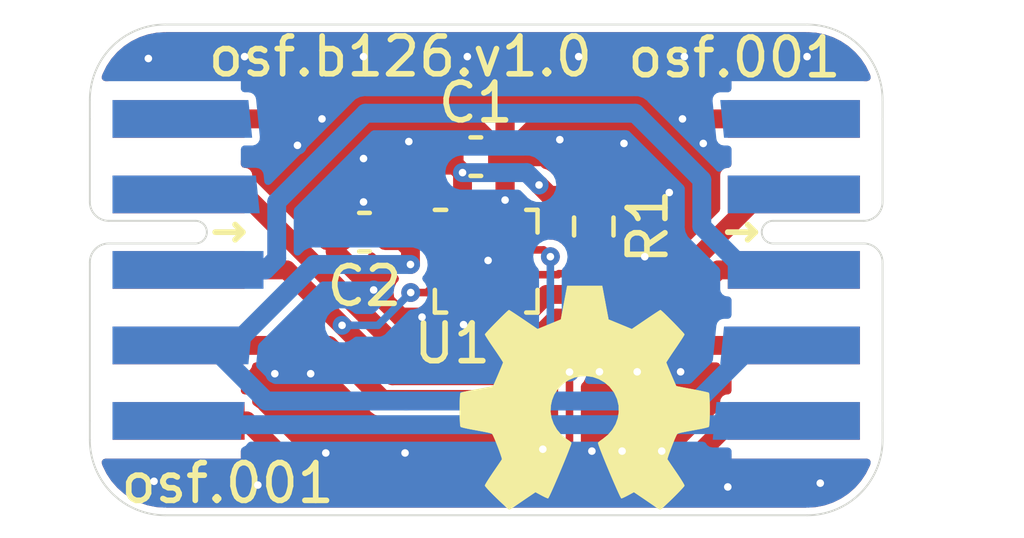
<source format=kicad_pcb>
(kicad_pcb (version 20211014) (generator pcbnew)
  (layers (0 "F.Cu" signal) (31 "B.Cu" signal) (34 "B.Paste" user) (35 "F.Paste" user) (36 "B.SilkS" user "B.Silkscreen") (37 "F.SilkS" user "F.Silkscreen") (38 "B.Mask" user) (39 "F.Mask" user) (44 "Edge.Cuts" user))
  (net 0 "")
  (net 1 "/pressure/VDD")
  (net 2 "GND")
  (net 3 "/pressure/SDA")
  (net 4 "/pressure/SCL")
  (net 5 "/pressure/~{CS}")
  (net 6 "/pressure/INT")
  (net 7 "Net-(J1-Pad8)")
  (net 8 "Net-(J1-Pad10)")
  (net 9 "/pressure/SA0")
  (net 10 "Net-(J1-Pad4)")
  (footprint "Symbol:OSHW-Symbol_6.7x6mm_SilkScreen" (layer "F.Cu") (at 153.1 99.9)
    (fp_text reference "LOGO1" hide)
    (fp_text value "Logo_Open_Hardware_Small" hide)
    (fp_poly (pts (xy 0.555814 -2.531069) (xy 0.639635 -2.086445) (xy 0.94892 -1.958947) (xy 1.258206 -1.831449) (xy 1.629246 -2.083754) (xy 1.733157 -2.154004) (xy 1.827087 -2.216728) (xy 1.906652 -2.269062) (xy 1.96747 -2.308143) (xy 2.005157 -2.331107) (xy 2.015421 -2.336058) (xy 2.03391 -2.323324) (xy 2.07342 -2.288118) (xy 2.129522 -2.234938) (xy 2.197787 -2.168282) (xy 2.273786 -2.092646) (xy 2.353092 -2.012528) (xy 2.431275 -1.932426) (xy 2.503907 -1.856836) (xy 2.566559 -1.790255) (xy 2.614803 -1.737182) (xy 2.64421 -1.702113) (xy 2.651241 -1.690377) (xy 2.641123 -1.66874) (xy 2.612759 -1.621338) (xy 2.569129 -1.552807) (xy 2.513218 -1.467785) (xy 2.448006 -1.370907) (xy 2.410219 -1.31565) (xy 2.341343 -1.214752) (xy 2.28014 -1.123701) (xy 2.229578 -1.04703) (xy 2.192628 -0.989272) (xy 2.172258 -0.954957) (xy 2.169197 -0.947746) (xy 2.176136 -0.927252) (xy 2.195051 -0.879487) (xy 2.223087 -0.811168) (xy 2.257391 -0.729011) (xy 2.295109 -0.63973) (xy 2.333387 -0.550042) (xy 2.36937 -0.466662) (xy 2.400206 -0.396306) (xy 2.423039 -0.34569) (xy 2.435017 -0.321529) (xy 2.435724 -0.320578) (xy 2.454531 -0.315964) (xy 2.504618 -0.305672) (xy 2.580793 -0.290713) (xy 2.677865 -0.272099) (xy 2.790643 -0.250841) (xy 2.856442 -0.238582) (xy 2.97695 -0.215638) (xy 3.085797 -0.193805) (xy 3.177476 -0.174278) (xy 3.246481 -0.158252) (xy 3.287304 -0.146921) (xy 3.295511 -0.143326) (xy 3.303548 -0.118994) (xy 3.310033 -0.064041) (xy 3.31497 0.015108) (xy 3.318364 0.112026) (xy 3.320218 0.220287) (xy 3.320538 0.333465) (xy 3.319327 0.445135) (xy 3.31659 0.548868) (xy 3.312331 0.638241) (xy 3.306555 0.706826) (xy 3.299267 0.748197) (xy 3.294895 0.75681) (xy 3.268764 0.767133) (xy 3.213393 0.781892) (xy 3.136107 0.799352) (xy 3.04423 0.81778) (xy 3.012158 0.823741) (xy 2.857524 0.852066) (xy 2.735375 0.874876) (xy 2.641673 0.89308) (xy 2.572384 0.907583) (xy 2.523471 0.919292) (xy 2.490897 0.929115) (xy 2.470628 0.937956) (xy 2.458626 0.946724) (xy 2.456947 0.948457) (xy 2.440184 0.976371) (xy 2.414614 1.030695) (xy 2.382788 1.104777) (xy 2.34726 1.191965) (xy 2.310583 1.285608) (xy 2.275311 1.379052) (xy 2.243996 1.465647) (xy 2.219193 1.53874) (xy 2.203454 1.591678) (xy 2.199332 1.617811) (xy 2.199676 1.618726) (xy 2.213641 1.640086) (xy 2.245322 1.687084) (xy 2.291391 1.754827) (xy 2.348518 1.838423) (xy 2.413373 1.932982) (xy 2.431843 1.959854) (xy 2.497699 2.057275) (xy 2.55565 2.146163) (xy 2.602538 2.221412) (xy 2.635207 2.27792) (xy 2.6505 2.310581) (xy 2.651241 2.314593) (xy 2.638392 2.335684) (xy 2.602888 2.377464) (xy 2.549293 2.435445) (xy 2.482171 2.505135) (xy 2.406087 2.582045) (xy 2.325604 2.661683) (xy 2.245287 2.739561) (xy 2.169699 2.811186) (xy 2.103405 2.87207) (xy 2.050969 2.917721) (xy 2.016955 2.94365) (xy 2.007545 2.947883) (xy 1.985643 2.937912) (xy 1.9408 2.91102) (xy 1.880321 2.871736) (xy 1.833789 2.840117) (xy 1.749475 2.782098) (xy 1.649626 2.713784) (xy 1.549473 2.645579) (xy 1.495627 2.609075) (xy 1.313371 2.4858) (xy 1.160381 2.56852) (xy 1.090682 2.604759) (xy 1.031414 2.632926) (xy 0.991311 2.648991) (xy 0.981103 2.651226) (xy 0.968829 2.634722) (xy 0.944613 2.588082) (xy 0.910263 2.515609) (xy 0.867588 2.421606) (xy 0.818394 2.310374) (xy 0.76449 2.186215) (xy 0.707684 2.053432) (xy 0.649782 1.916327) (xy 0.592593 1.779202) (xy 0.537924 1.646358) (xy 0.487584 1.522098) (xy 0.44338 1.410725) (xy 0.407119 1.316539) (xy 0.380609 1.243844) (xy 0.365658 1.196941) (xy 0.363254 1.180833) (xy 0.382311 1.160286) (xy 0.424036 1.126933) (xy 0.479706 1.087702) (xy 0.484378 1.084599) (xy 0.628264 0.969423) (xy 0.744283 0.835053) (xy 0.83143 0.685784) (xy 0.888699 0.525913) (xy 0.915086 0.359737) (xy 0.909585 0.191552) (xy 0.87119 0.025655) (xy 0.798895 -0.133658) (xy 0.777626 -0.168513) (xy 0.666996 -0.309263) (xy 0.536302 -0.422286) (xy 0.390064 -0.506997) (xy 0.232808 -0.562806) (xy 0.069057 -0.589126) (xy -0.096667 -0.58537) (xy -0.259838 -0.55095) (xy -0.415935 -0.485277) (xy -0.560433 -0.387765) (xy -0.605131 -0.348187) (xy -0.718888 -0.224297) (xy -0.801782 -0.093876) (xy -0.858644 0.052315) (xy -0.890313 0.197088) (xy -0.898131 0.35986) (xy -0.872062 0.52344) (xy -0.814755 0.682298) (xy -0.728856 0.830906) (xy -0.617014 0.963735) (xy -0.481877 1.075256) (xy -0.464117 1.087011) (xy -0.40785 1.125508) (xy -0.365077 1.158863) (xy -0.344628 1.18016) (xy -0.344331 1.180833) (xy -0.348721 1.203871) (xy -0.366124 1.256157) (xy -0.394732 1.33339) (xy -0.432735 1.431268) (xy -0.478326 1.545491) (xy -0.529697 1.671758) (xy -0.585038 1.805767) (xy -0.642542 1.943218) (xy -0.700399 2.079808) (xy -0.756802 2.211237) (xy -0.809942 2.333205) (xy -0.85801 2.441409) (xy -0.899199 2.531549) (xy -0.931699 2.599323) (xy -0.953703 2.64043) (xy -0.962564 2.651226) (xy -0.98964 2.642819) (xy -1.040303 2.620272) (xy -1.105817 2.587613) (xy -1.141841 2.56852) (xy -1.294832 2.4858) (xy -1.477088 2.609075) (xy -1.570125 2.672228) (xy -1.671985 2.741727) (xy -1.767438 2.807165) (xy -1.81525 2.840117) (xy -1.882495 2.885273) (xy -1.939436 2.921057) (xy -1.978646 2.942938) (xy -1.991381 2.947563) (xy -2.009917 2.935085) (xy -2.050941 2.900252) (xy -2.110475 2.846678) (xy -2.184542 2.777983) (xy -2.269165 2.697781) (xy -2.322685 2.646286) (xy -2.416319 2.554286) (xy -2.497241 2.471999) (xy -2.562177 2.402945) (xy -2.607858 2.350644) (xy -2.631011 2.318616) (xy -2.633232 2.312116) (xy -2.622924 2.287394) (xy -2.594439 2.237405) (xy -2.550937 2.167212) (xy -2.495577 2.081875) (xy -2.43152 1.986456) (xy -2.413303 1.959854) (xy -2.346927 1.863167) (xy -2.287378 1.776117) (xy -2.237984 1.703595) (xy -2.202075 1.650493) (xy -2.182981 1.621703) (xy -2.181136 1.618726) (xy -2.183895 1.595782) (xy -2.198538 1.545336) (xy -2.222513 1.474041) (xy -2.253266 1.388547) (xy -2.288244 1.295507) (xy -2.324893 1.201574) (xy -2.360661 1.113399) (xy -2.392994 1.037634) (xy -2.419338 0.980931) (xy -2.437142 0.949943) (xy -2.438407 0.948457) (xy -2.449294 0.939601) (xy -2.467682 0.930843) (xy -2.497606 0.921277) (xy -2.543103 0.909996) (xy -2.608209 0.896093) (xy -2.696961 0.878663) (xy -2.813393 0.856798) (xy -2.961542 0.829591) (xy -2.993618 0.823741) (xy -3.088686 0.805374) (xy -3.171565 0.787405) (xy -3.23493 0.771569) (xy -3.271458 0.7596) (xy -3.276356 0.75681) (xy -3.284427 0.732072) (xy -3.290987 0.67679) (xy -3.296033 0.597389) (xy -3.299559 0.500296) (xy -3.301561 0.391938) (xy -3.302036 0.27874) (xy -3.300977 0.167128) (xy -3.298382 0.063529) (xy -3.294246 -0.025632) (xy -3.288563 -0.093928) (xy -3.281331 -0.134934) (xy -3.276971 -0.143326) (xy -3.252698 -0.151792) (xy -3.197426 -0.165565) (xy -3.116662 -0.18345) (xy -3.015912 -0.204252) (xy -2.900683 -0.226777) (xy -2.837902 -0.238582) (xy -2.718787 -0.260849) (xy -2.612565 -0.281021) (xy -2.524427 -0.298085) (xy -2.459566 -0.311031) (xy -2.423174 -0.318845) (xy -2.417184 -0.320578) (xy -2.407061 -0.34011) (xy -2.385662 -0.387157) (xy -2.355839 -0.454997) (xy -2.320445 -0.536909) (xy -2.282332 -0.626172) (xy -2.244353 -0.716065) (xy -2.20936 -0.799865) (xy -2.180206 -0.870853) (xy -2.159743 -0.922306) (xy -2.150823 -0.947503) (xy -2.150657 -0.948604) (xy -2.160769 -0.968481) (xy -2.189117 -1.014223) (xy -2.232723 -1.081283) (xy -2.288606 -1.165116) (xy -2.353787 -1.261174) (xy -2.391679 -1.31635) (xy -2.460725 -1.417519) (xy -2.52205 -1.50937) (xy -2.572663 -1.587256) (xy -2.609571 -1.646531) (xy -2.629782 -1.682549) (xy -2.632701 -1.690623) (xy -2.620153 -1.709416) (xy -2.585463 -1.749543) (xy -2.533063 -1.806507) (xy -2.467384 -1.875815) (xy -2.392856 -1.952969) (xy -2.313913 -2.033475) (xy -2.234983 -2.112837) (xy -2.1605 -2.18656) (xy -2.094894 -2.250148) (xy -2.042596 -2.299106) (xy -2.008039 -2.328939) (xy -1.996478 -2.336058) (xy -1.977654 -2.326047) (xy -1.932631 -2.297922) (xy -1.865787 -2.254546) (xy -1.781499 -2.198782) (xy -1.684144 -2.133494) (xy -1.610707 -2.083754) (xy -1.239667 -1.831449) (xy -0.621095 -2.086445) (xy -0.537275 -2.531069) (xy -0.453454 -2.975693) (xy 0.471994 -2.975693) (xy 0.555814 -2.531069)) (layer "F.SilkS") (width 0.01) (fill solid))
  )
  (footprint "on_edge:on_edge_2x05_host" (layer "F.Cu") (at 161 96.5 -90)
    (fp_text reference "J2")
    (fp_text value "001_I2C")
    (fp_line (start -0.8 3.573) (end -1 3.373) (layer "F.SilkS") (width 0.153))
    (fp_line (start -1 4.1) (end -1 3.373) (layer "F.SilkS") (width 0.153))
    (fp_line (start -1 3.373) (end -1.2 3.573) (layer "F.SilkS") (width 0.153))
    (fp_line (start -0.2 0) (end 4 0) (layer "Edge.Cuts") (width 0.05))
    (fp_line (start -0.7 2.9) (end -0.7 0.5) (layer "Edge.Cuts") (width 0.05))
    (fp_line (start -1.3 0.5) (end -1.3 2.9) (layer "Edge.Cuts") (width 0.05))
    (fp_line (start -4 0) (end -1.8 0) (layer "Edge.Cuts") (width 0.05))
    (fp_arc (start -0.7 2.9) (mid -1 3.2) (end -1.3 2.9) (layer "Edge.Cuts") (width 0.05))
    (fp_arc (start -1.8 0) (mid -1.446447 0.146447) (end -1.3 0.5) (layer "Edge.Cuts") (width 0.05))
    (fp_arc (start -0.7 0.5) (mid -0.553553 0.146447) (end -0.2 0) (layer "Edge.Cuts") (width 0.05))
    (pad "1" smd rect (at -4 2.35 270) (size 1 3.5) (layers "F.Cu" "F.Mask") (net 2 "GND"))
    (pad "2" smd rect (at -2 2.35 270) (size 1 3.5) (layers "F.Cu" "F.Mask") (net 3 "/pressure/SDA"))
    (pad "3" smd rect (at 0 2.35 270) (size 1 3.5) (layers "F.Cu" "F.Mask") (net 4 "/pressure/SCL"))
    (pad "4" smd rect (at 2 2.35 270) (size 1 3.5) (layers "F.Cu" "F.Mask") (net 10 "Net-(J1-Pad4)"))
    (pad "5" smd rect (at 4 2.35 270) (size 1 3.5) (layers "F.Cu" "F.Mask") (net 6 "/pressure/INT"))
    (pad "6" smd custom (at -4 2.4 90) (size 1 3.6) (layers "B.Cu" "B.Mask") (options (clearance outline) (anchor rect)) (primitives (gr_poly (pts (xy 0.5 -1.8) (xy -0.5 -1.8) (xy 0.5 -1.9)) (width 0) (fill yes))))
    (pad "7" smd rect (at -2 2.35 90) (size 1 3.5) (layers "B.Cu" "B.Mask"))
    (pad "8" smd rect (at 0 2.35 90) (size 1 3.5) (layers "B.Cu" "B.Mask") (net 7 "Net-(J1-Pad8)"))
    (pad "9" smd custom (at 2 2.4 90) (size 1 3.6) (layers "B.Cu" "B.Mask") (net 1 "/pressure/VDD") (options (clearance outline) (anchor rect)) (primitives (gr_poly (pts (xy 0.5 -1.8) (xy -0.5 -1.8) (xy -0.5 -1.9)) (width 0) (fill yes))))
    (pad "10" smd custom (at 4 2.5 90) (size 1 3.8) (layers "B.Cu" "B.Mask") (net 8 "Net-(J1-Pad10)") (options (clearance outline) (anchor rect)) (primitives (gr_poly (pts (xy 0.5 -1.9) (xy -0.5 -1.9) (xy -0.5 -2)) (width 0) (fill yes))))
    (zone (net 0) (net_name "") (layers F&B.Cu) (connect_pads (clearance 0)) (min_thickness 0.254)
      (keepout (tracks allowed) (vias not_allowed) (pads allowed) (copperpour not_allowed) (footprints not_allowed))
      (fill (thermal_gap 0.508) (thermal_bridge_width 0.508))
      (polygon (pts (xy 157 101.5) (xy 157 91.5) (xy 161 91.5) (xy 161 101.5)))
    )
  )
  (footprint "Package_LGA:ST_HLGA-10_2.5x2.5mm_P0.6mm_LayoutBorder3x2y" (layer "F.Cu") (at 150.5 96.27)
    (fp_text reference "U1" (at -0.9 2.18) (layer "F.SilkS"))
    (fp_text value "LPS25HB")
    (fp_line (start 1.36 1.36) (end 1.36 0.76) (layer "F.SilkS") (width 0.12))
    (fp_line (start 1.36 -1.36) (end 1.36 -0.76) (layer "F.SilkS") (width 0.12))
    (fp_line (start -1.06 -1.36) (end -1.36 -1.36) (layer "F.SilkS") (width 0.12))
    (fp_line (start 1.06 -1.36) (end 1.36 -1.36) (layer "F.SilkS") (width 0.12))
    (fp_line (start -1.36 1.36) (end -1.36 0.76) (layer "F.SilkS") (width 0.12))
    (fp_line (start -1.06 1.36) (end -1.36 1.36) (layer "F.SilkS") (width 0.12))
    (fp_line (start 1.06 1.36) (end 1.36 1.36) (layer "F.SilkS") (width 0.12))
    (pad "1" smd roundrect (at -0.925 -0.3) (size 0.55 0.4) (layers "F.Cu" "F.Paste" "F.Mask") (net 1 "/pressure/VDD"))
    (pad "2" smd roundrect (at -0.925 0.3) (size 0.55 0.4) (layers "F.Cu" "F.Paste" "F.Mask") (net 4 "/pressure/SCL"))
    (pad "3" smd roundrect (at -0.6 0.925) (size 0.4 0.55) (layers "F.Cu" "F.Paste" "F.Mask") (net 2 "GND"))
    (pad "4" smd roundrect (at 0 0.925) (size 0.4 0.55) (layers "F.Cu" "F.Paste" "F.Mask") (net 3 "/pressure/SDA"))
    (pad "5" smd roundrect (at 0.6 0.925) (size 0.4 0.55) (layers "F.Cu" "F.Paste" "F.Mask") (net 9 "/pressure/SA0"))
    (pad "6" smd roundrect (at 0.925 0.3) (size 0.55 0.4) (layers "F.Cu" "F.Paste" "F.Mask") (net 5 "/pressure/~{CS}"))
    (pad "7" smd roundrect (at 0.925 -0.3) (size 0.55 0.4) (layers "F.Cu" "F.Paste" "F.Mask") (net 6 "/pressure/INT"))
    (pad "8" smd roundrect (at 0.6 -0.925) (size 0.4 0.55) (layers "F.Cu" "F.Paste" "F.Mask") (net 2 "GND"))
    (pad "9" smd roundrect (at 0 -0.925) (size 0.4 0.55) (layers "F.Cu" "F.Paste" "F.Mask") (net 2 "GND"))
    (pad "10" smd roundrect (at -0.6 -0.925) (size 0.4 0.55) (layers "F.Cu" "F.Paste" "F.Mask") (net 1 "/pressure/VDD"))
  )
  (footprint "on_edge:on_edge_2x05_device" (layer "F.Cu") (at 140 96.5 -90)
    (fp_text reference "J1")
    (fp_text value "001_I2C")
    (fp_line (start -1.2 -3.85) (end -1 -4.05) (layer "F.SilkS") (width 0.153))
    (fp_line (start -1 -4.05) (end -0.8 -3.85) (layer "F.SilkS") (width 0.153))
    (fp_line (start -1 -4.05) (end -1 -3.323) (layer "F.SilkS") (width 0.153))
    (fp_line (start -0.2 0) (end 4 0) (layer "Edge.Cuts") (width 0.05))
    (fp_line (start -4 0) (end -1.8 0) (layer "Edge.Cuts") (width 0.05))
    (fp_line (start -1.3 -2.8) (end -1.3 -0.5) (layer "Edge.Cuts") (width 0.05))
    (fp_line (start -0.7 -0.5) (end -0.7 -2.8) (layer "Edge.Cuts") (width 0.05))
    (fp_arc (start -1.3 -2.8) (mid -1 -3.1) (end -0.7 -2.8) (layer "Edge.Cuts") (width 0.05))
    (fp_arc (start -1.3 -0.5) (mid -1.446447 -0.146447) (end -1.8 0) (layer "Edge.Cuts") (width 0.05))
    (fp_arc (start -0.2 0) (mid -0.553553 -0.146447) (end -0.7 -0.5) (layer "Edge.Cuts") (width 0.05))
    (pad "1" smd rect (at -4 -2.35 90) (size 1 3.5) (layers "F.Cu" "F.Mask") (net 2 "GND"))
    (pad "2" smd rect (at -2 -2.35 270) (size 1 3.5) (layers "F.Cu" "F.Mask") (net 3 "/pressure/SDA"))
    (pad "3" smd rect (at 0 -2.35 270) (size 1 3.5) (layers "F.Cu" "F.Mask") (net 4 "/pressure/SCL"))
    (pad "4" smd rect (at 2 -2.35 90) (size 1 3.5) (layers "F.Cu" "F.Mask") (net 10 "Net-(J1-Pad4)"))
    (pad "5" smd rect (at 4 -2.35 90) (size 1 3.5) (layers "F.Cu" "F.Mask") (net 6 "/pressure/INT"))
    (pad "6" smd custom (at -4 -2.4 270) (size 1 3.6) (layers "B.Cu" "B.Mask") (options (clearance outline) (anchor rect)) (primitives (gr_poly (pts (xy 0.5 -1.8) (xy 0.5 -1.9) (xy -0.5 -1.8)) (width 0) (fill yes))))
    (pad "7" smd custom (at -2 -2.1 270) (size 1 3) (layers "B.Cu" "B.Mask") (options (clearance outline) (anchor rect)) (primitives (gr_poly (pts (xy 0.3 -0.51) (xy 0.31 -0.62) (xy 0.33 -0.7) (xy 0.35 -0.76) (xy 0.37 -0.81) (xy 0.4 -0.86) (xy 0.44 -0.92) (xy 0.48 -0.97) (xy 0.5 -0.99) (xy 0.5 -2.4) (xy -0.5 -2.3) (xy -0.5 1.5) (xy 0.3 1.5)) (width 0) (fill yes))))
    (pad "8" smd rect (at 0 -2.6 270) (size 1 4) (layers "B.Cu" "B.Mask") (net 7 "Net-(J1-Pad8)"))
    (pad "9" smd custom (at 2 -2.4 270) (size 1 3.6) (layers "B.Cu" "B.Mask") (net 1 "/pressure/VDD") (options (clearance outline) (anchor rect)) (primitives (gr_poly (pts (xy -0.5 -1.8) (xy -0.5 -1.9) (xy 0.5 -1.8)) (width 0) (fill yes))))
    (pad "10" smd custom (at 4 -2.3 270) (size 1 3.4) (layers "B.Cu" "B.Mask") (net 8 "Net-(J1-Pad10)") (options (clearance outline) (anchor rect)) (primitives (gr_poly (pts (xy -0.5 -1.7) (xy -0.5 -1.8) (xy 0.5 -1.7)) (width 0) (fill yes))))
    (zone (net 0) (net_name "") (layers F&B.Cu) (connect_pads (clearance 0)) (min_thickness 0.254)
      (keepout (tracks allowed) (vias not_allowed) (pads allowed) (copperpour not_allowed) (footprints not_allowed))
      (fill (thermal_gap 0.508) (thermal_bridge_width 0.508))
      (polygon (pts (xy 140 101.5) (xy 140 91.5) (xy 144 91.5) (xy 144 101.5)))
    )
  )
  (footprint "Resistor_SMD:R_0603_1608Metric" (layer "F.Cu") (at 153.35 95.35 -90)
    (fp_text reference "R1" (at 0 -1.43 90) (layer "F.SilkS"))
    (fp_text value "0R")
    (fp_line (start -0.237258 -0.5225) (end 0.237258 -0.5225) (layer "F.SilkS") (width 0.12))
    (fp_line (start -0.237258 0.5225) (end 0.237258 0.5225) (layer "F.SilkS") (width 0.12))
    (pad "1" smd roundrect (at -0.825 0 270) (size 0.8 0.95) (layers "F.Cu" "F.Paste" "F.Mask") (net 1 "/pressure/VDD"))
    (pad "2" smd roundrect (at 0.825 0 270) (size 0.8 0.95) (layers "F.Cu" "F.Paste" "F.Mask") (net 5 "/pressure/~{CS}"))
  )
  (footprint "Capacitor_SMD:C_0603_1608Metric" (layer "F.Cu") (at 150.225 93.5)
    (fp_text reference "C1" (at 0 -1.43) (layer "F.SilkS"))
    (fp_text value "100nF")
    (fp_line (start -0.14058 -0.51) (end 0.14058 -0.51) (layer "F.SilkS") (width 0.12))
    (fp_line (start -0.14058 0.51) (end 0.14058 0.51) (layer "F.SilkS") (width 0.12))
    (pad "1" smd roundrect (at -0.775 0) (size 0.9 0.95) (layers "F.Cu" "F.Paste" "F.Mask") (net 1 "/pressure/VDD"))
    (pad "2" smd roundrect (at 0.775 0) (size 0.9 0.95) (layers "F.Cu" "F.Paste" "F.Mask") (net 2 "GND"))
  )
  (footprint "Capacitor_SMD:C_0603_1608Metric" (layer "F.Cu") (at 147.275 95.5 180)
    (fp_text reference "C2" (at 0 -1.43) (layer "F.SilkS"))
    (fp_text value "100nF")
    (fp_line (start -0.14058 -0.51) (end 0.14058 -0.51) (layer "F.SilkS") (width 0.12))
    (fp_line (start -0.14058 0.51) (end 0.14058 0.51) (layer "F.SilkS") (width 0.12))
    (pad "1" smd roundrect (at -0.775 0 180) (size 0.9 0.95) (layers "F.Cu" "F.Paste" "F.Mask") (net 1 "/pressure/VDD"))
    (pad "2" smd roundrect (at 0.775 0 180) (size 0.9 0.95) (layers "F.Cu" "F.Paste" "F.Mask") (net 2 "GND"))
  )
  (gr_line (start 161 101) (end 161 100.5) (layer "Edge.Cuts") (width 0.05))
  (gr_line (start 142 90) (end 159 90) (layer "Edge.Cuts") (width 0.05))
  (gr_arc (start 161 101) (mid 160.414214 102.414214) (end 159 103) (layer "Edge.Cuts") (width 0.05))
  (gr_line (start 140 101) (end 140 100.5) (layer "Edge.Cuts") (width 0.05))
  (gr_line (start 159 103) (end 142 103) (layer "Edge.Cuts") (width 0.05))
  (gr_line (start 140 92) (end 140 92.5) (layer "Edge.Cuts") (width 0.05))
  (gr_arc (start 159 90) (mid 160.414214 90.585786) (end 161 92) (layer "Edge.Cuts") (width 0.05))
  (gr_line (start 161 92.5) (end 161 92) (layer "Edge.Cuts") (width 0.05))
  (gr_arc (start 142 103) (mid 140.585786 102.414214) (end 140 101) (layer "Edge.Cuts") (width 0.05))
  (gr_arc (start 140 92) (mid 140.585786 90.585786) (end 142 90) (layer "Edge.Cuts") (width 0.05))
  (gr_text "osf.001" (at 157.075 90.875) (layer "F.SilkS") (effects (font (size 1 1))))
  (gr_text "osf.001" (at 143.65 102.15) (layer "F.SilkS") (effects (font (size 1 1))))
  (gr_text "osf.b126.v1.0" (at 148.225 90.85) (layer "F.SilkS") (effects (font (size 1 1))))
  (segment (start 152.175 94.525) (end 151.9 94.25) (width 0.5) (layer "F.Cu") (net 1))
  (segment (start 149.105 95.5) (end 149.575 95.97) (width 0.5) (layer "F.Cu") (net 1))
  (segment (start 148.05 95.5) (end 149.105 95.5) (width 0.5) (layer "F.Cu") (net 1))
  (segment (start 153.35 94.525) (end 152.175 94.525) (width 0.5) (layer "F.Cu") (net 1))
  (segment (start 148.493356 95.943356) (end 148.493356 96.356644) (width 0.5) (layer "F.Cu") (net 1))
  (segment (start 149.745 95.5) (end 149.873 95.372) (width 0.5) (layer "F.Cu") (net 1))
  (segment (start 149.873 93.923) (end 149.45 93.5) (width 0.5) (layer "F.Cu") (net 1))
  (segment (start 149.873 95.372) (end 149.873 93.923) (width 0.5) (layer "F.Cu") (net 1))
  (segment (start 148.05 95.5) (end 148.493356 95.943356) (width 0.5) (layer "F.Cu") (net 1))
  (segment (start 149.105 95.5) (end 149.745 95.5) (width 0.5) (layer "F.Cu") (net 1))
  (via (at 151.9 94.25) (size 0.5) (drill 0.2) (layers "F.Cu" "B.Cu") (net 1))
  (via (at 149.873 93.923) (size 0.5) (drill 0.2) (layers "F.Cu" "B.Cu") (net 1))
  (via (at 148.493356 96.356644) (size 0.5) (drill 0.2) (layers "F.Cu" "B.Cu") (net 1))
  (segment (start 148.493356 96.356644) (end 145.943356 96.356644) (width 0.5) (layer "B.Cu") (net 1))
  (segment (start 156.093842 99.973) (end 157.566842 98.5) (width 0.5) (layer "B.Cu") (net 1))
  (segment (start 148.373 99.973) (end 156.093842 99.973) (width 0.5) (layer "B.Cu") (net 1))
  (segment (start 145.943356 96.356644) (end 143.8 98.5) (width 0.5) (layer "B.Cu") (net 1))
  (segment (start 151.573 93.923) (end 149.873 93.923) (width 0.5) (layer "B.Cu") (net 1))
  (segment (start 148.373 99.973) (end 144.673 99.973) (width 0.5) (layer "B.Cu") (net 1))
  (segment (start 157.566842 98.5) (end 158.6 98.5) (width 0.5) (layer "B.Cu") (net 1))
  (segment (start 144.673 99.973) (end 143.2 98.5) (width 0.5) (layer "B.Cu") (net 1))
  (segment (start 151.9 94.25) (end 151.573 93.923) (width 0.5) (layer "B.Cu") (net 1))
  (segment (start 143.8 98.5) (end 142.4 98.5) (width 0.5) (layer "B.Cu") (net 1))
  (segment (start 150 92.5) (end 151 93.5) (width 0.5) (layer "F.Cu") (net 2))
  (segment (start 148.8 97.75) (end 149.345 97.75) (width 0.5) (layer "F.Cu") (net 2))
  (segment (start 155.7 92.5) (end 152 92.5) (width 0.5) (layer "F.Cu") (net 2))
  (segment (start 142.35 92.5) (end 146.15 92.5) (width 0.5) (layer "F.Cu") (net 2))
  (segment (start 147.25 94.7) (end 147.25 93.55) (width 0.5) (layer "F.Cu") (net 2))
  (segment (start 146.15 92.5) (end 147.4 92.5) (width 0.5) (layer "F.Cu") (net 2))
  (segment (start 151 95.245) (end 151.1 95.345) (width 0.5) (layer "F.Cu") (net 2))
  (segment (start 158.65 92.5) (end 155.7 92.5) (width 0.5) (layer "F.Cu") (net 2))
  (segment (start 147.25 94.7) (end 147.25 94.75) (width 0.5) (layer "F.Cu") (net 2))
  (segment (start 151 93.5) (end 151 94.65) (width 0.5) (layer "F.Cu") (net 2))
  (segment (start 146.5 96.013288) (end 147.518356 97.031644) (width 0.5) (layer "F.Cu") (net 2))
  (segment (start 147.25 92.65) (end 147.4 92.5) (width 0.5) (layer "F.Cu") (net 2))
  (segment (start 146.5 95.5) (end 146.5 96.013288) (width 0.5) (layer "F.Cu") (net 2))
  (segment (start 147.4 92.5) (end 150 92.5) (width 0.5) (layer "F.Cu") (net 2))
  (segment (start 147.25 94.75) (end 146.5 95.5) (width 0.5) (layer "F.Cu") (net 2))
  (segment (start 147.25 93.55) (end 147.25 92.65) (width 0.5) (layer "F.Cu") (net 2))
  (segment (start 148.236712 97.75) (end 148.8 97.75) (width 0.5) (layer "F.Cu") (net 2))
  (segment (start 151 94.65) (end 151 95.245) (width 0.5) (layer "F.Cu") (net 2))
  (segment (start 147.518356 97.031644) (end 148.236712 97.75) (width 0.5) (layer "F.Cu") (net 2))
  (segment (start 149.345 97.75) (end 149.9 97.195) (width 0.5) (layer "F.Cu") (net 2))
  (segment (start 152 92.5) (end 151 93.5) (width 0.5) (layer "F.Cu") (net 2))
  (segment (start 150.5 95.345) (end 151.1 95.345) (width 0.5) (layer "F.Cu") (net 2))
  (via (at 155.75 90.85) (size 0.5) (drill 0.2) (layers "F.Cu" "B.Cu") (net 2))
  (via (at 156.25 93.15) (size 0.5) (drill 0.2) (layers "F.Cu" "B.Cu") (net 2))
  (via (at 144.45 102.2) (size 0.5) (drill 0.2) (layers "F.Cu" "B.Cu") (net 2))
  (via (at 159 90.85) (size 0.5) (drill 0.2) (layers "F.Cu" "B.Cu") (net 2))
  (via (at 144.9 99.25) (size 0.5) (drill 0.2) (layers "F.Cu" "B.Cu") (net 2))
  (via (at 147.518356 97.031644) (size 0.5) (drill 0.2) (layers "F.Cu" "B.Cu") (net 2))
  (via (at 141.55 90.9) (size 0.5) (drill 0.2) (layers "F.Cu" "B.Cu") (net 2))
  (via (at 154.1 101.3) (size 0.5) (drill 0.2) (layers "F.Cu" "B.Cu") (net 2))
  (via (at 154.5 99.2) (size 0.5) (drill 0.2) (layers "F.Cu" "B.Cu") (net 2))
  (via (at 144.1 90.85) (size 0.5) (drill 0.2) (layers "F.Cu" "B.Cu") (net 2))
  (via (at 147.25 90.85) (size 0.5) (drill 0.2) (layers "F.Cu" "B.Cu") (net 2))
  (via (at 152.45 93.05) (size 0.5) (drill 0.2) (layers "F.Cu" "B.Cu") (net 2))
  (via (at 151 94.65) (size 0.5) (drill 0.2) (layers "F.Cu" "B.Cu") (net 2))
  (via (at 159.35 102.15) (size 0.5) (drill 0.2) (layers "F.Cu" "B.Cu") (net 2))
  (via (at 148.35 101.35) (size 0.5) (drill 0.2) (layers "F.Cu" "B.Cu") (net 2))
  (via (at 148.45 93.1) (size 0.5) (drill 0.2) (layers "F.Cu" "B.Cu") (net 2))
  (via (at 146.15 92.5) (size 0.5) (drill 0.2) (layers "F.Cu" "B.Cu") (net 2))
  (via (at 154.7 96.15) (size 0.5) (drill 0.2) (layers "F.Cu" "B.Cu") (net 2))
  (via (at 147.25 94.7) (size 0.5) (drill 0.2) (layers "F.Cu" "B.Cu") (net 2))
  (via (at 156.9 102.25) (size 0.5) (drill 0.2) (layers "F.Cu" "B.Cu") (net 2))
  (via (at 147.25 93.55) (size 0.5) (drill 0.2) (layers "F.Cu" "B.Cu") (net 2))
  (via (at 146.25 101.35) (size 0.5) (drill 0.2) (layers "F.Cu" "B.Cu") (net 2))
  (via (at 145.85 99.25) (size 0.5) (drill 0.2) (layers "F.Cu" "B.Cu") (net 2))
  (via (at 153.5 99.2) (size 0.5) (drill 0.2) (layers "F.Cu" "B.Cu") (net 2))
  (via (at 152.95 90.85) (size 0.5) (drill 0.2) (layers "F.Cu" "B.Cu") (net 2))
  (via (at 149.9 97.95) (size 0.5) (drill 0.2) (layers "F.Cu" "B.Cu") (net 2))
  (via (at 155.15 101.3) (size 0.5) (drill 0.2) (layers "F.Cu" "B.Cu") (net 2))
  (via (at 150.55 96.25) (size 0.5) (drill 0.2) (layers "F.Cu" "B.Cu") (net 2))
  (via (at 152 101.25) (size 0.5) (drill 0.2) (layers "F.Cu" "B.Cu") (net 2))
  (via (at 148.8 97.75) (size 0.5) (drill 0.2) (layers "F.Cu" "B.Cu") (net 2))
  (via (at 141.7 102.1) (size 0.5) (drill 0.2) (layers "F.Cu" "B.Cu") (net 2))
  (via (at 153.3 101.3) (size 0.5) (drill 0.2) (layers "F.Cu" "B.Cu") (net 2))
  (via (at 155.7 92.5) (size 0.5) (drill 0.2) (layers "F.Cu" "B.Cu") (net 2))
  (via (at 155.65 99.2) (size 0.5) (drill 0.2) (layers "F.Cu" "B.Cu") (net 2))
  (via (at 145.5 93.2) (size 0.5) (drill 0.2) (layers "F.Cu" "B.Cu") (net 2))
  (via (at 155.35 94.45) (size 0.5) (drill 0.2) (layers "F.Cu" "B.Cu") (net 2))
  (via (at 154.15 93.15) (size 0.5) (drill 0.2) (layers "F.Cu" "B.Cu") (net 2))
  (via (at 150 90.85) (size 0.5) (drill 0.2) (layers "F.Cu" "B.Cu") (net 2))
  (segment (start 151 94.65) (end 147.3 94.65) (width 0.5) (layer "B.Cu") (net 2))
  (segment (start 147.3 94.65) (end 147.25 94.7) (width 0.5) (layer "B.Cu") (net 2))
  (segment (start 155.113288 97.15) (end 157.763288 94.5) (width 0.5) (layer "F.Cu") (net 3))
  (segment (start 142.35 94.5) (end 144.1 94.5) (width 0.5) (layer "F.Cu") (net 3))
  (segment (start 150.577 98.677) (end 152.104 97.15) (width 0.5) (layer "F.Cu") (net 3))
  (segment (start 150.5 97.195) (end 150.5 98.6) (width 0.2) (layer "F.Cu") (net 3))
  (segment (start 152.104 97.15) (end 155.113288 97.15) (width 0.5) (layer "F.Cu") (net 3))
  (segment (start 150.5 98.6) (end 150.577 98.677) (width 0.2) (layer "F.Cu") (net 3))
  (segment (start 157.763288 94.5) (end 158.65 94.5) (width 0.5) (layer "F.Cu") (net 3))
  (segment (start 144.1 94.5) (end 148.277 98.677) (width 0.5) (layer "F.Cu") (net 3))
  (segment (start 148.277 98.677) (end 150.577 98.677) (width 0.5) (layer "F.Cu") (net 3))
  (segment (start 148.017288 99.304) (end 150.836712 99.304) (width 0.5) (layer "F.Cu") (net 4))
  (segment (start 149.45542 96.57) (end 149.575 96.57) (width 0.2) (layer "F.Cu") (net 4))
  (segment (start 148.92542 97.1) (end 149.45542 96.57) (width 0.2) (layer "F.Cu") (net 4))
  (segment (start 155.373 97.777) (end 156.65 96.5) (width 0.5) (layer "F.Cu") (net 4))
  (segment (start 142.35 96.5) (end 145.213288 96.5) (width 0.5) (layer "F.Cu") (net 4))
  (segment (start 150.836712 99.304) (end 152.363712 97.777) (width 0.5) (layer "F.Cu") (net 4))
  (segment (start 146.681644 97.968356) (end 148.017288 99.304) (width 0.5) (layer "F.Cu") (net 4))
  (segment (start 145.213288 96.5) (end 146.681644 97.968356) (width 0.5) (layer "F.Cu") (net 4))
  (segment (start 148.5 97.1) (end 148.92542 97.1) (width 0.2) (layer "F.Cu") (net 4))
  (segment (start 156.65 96.5) (end 158.65 96.5) (width 0.5) (layer "F.Cu") (net 4))
  (segment (start 152.363712 97.777) (end 155.373 97.777) (width 0.5) (layer "F.Cu") (net 4))
  (via (at 146.681644 97.968356) (size 0.5) (drill 0.2) (layers "F.Cu" "B.Cu") (net 4))
  (via (at 148.5 97.1) (size 0.5) (drill 0.2) (layers "F.Cu" "B.Cu") (net 4))
  (segment (start 147.631644 97.968356) (end 146.681644 97.968356) (width 0.2) (layer "B.Cu") (net 4))
  (segment (start 148.5 97.1) (end 147.631644 97.968356) (width 0.2) (layer "B.Cu") (net 4))
  (segment (start 151.425 96.57) (end 151.77 96.57) (width 0.2) (layer "F.Cu") (net 5))
  (segment (start 152.39758 96.627) (end 152.42458 96.6) (width 0.2) (layer "F.Cu") (net 5))
  (segment (start 152.925 96.6) (end 153.35 96.175) (width 0.2) (layer "F.Cu") (net 5))
  (segment (start 151.77 96.57) (end 151.827 96.627) (width 0.2) (layer "F.Cu") (net 5))
  (segment (start 152.42458 96.6) (end 152.925 96.6) (width 0.2) (layer "F.Cu") (net 5))
  (segment (start 151.827 96.627) (end 152.39758 96.627) (width 0.2) (layer "F.Cu") (net 5))
  (segment (start 152.706715 101.556715) (end 152.7 102) (width 0.2) (layer "F.Cu") (net 6))
  (segment (start 152.02 95.97) (end 151.425 95.97) (width 0.2) (layer "F.Cu") (net 6))
  (segment (start 145.65 102) (end 145.3 101.65) (width 0.5) (layer "F.Cu") (net 6))
  (segment (start 155.85 101.65) (end 155.5 102) (width 0.5) (layer "F.Cu") (net 6))
  (segment (start 152.2 96.15) (end 152.02 95.97) (width 0.2) (layer "F.Cu") (net 6))
  (segment (start 144.15 100.5) (end 145.3 101.65) (width 0.5) (layer "F.Cu") (net 6))
  (segment (start 152.706715 99.206715) (end 152.706715 101.556715) (width 0.2) (layer "F.Cu") (net 6))
  (segment (start 155.85 101.65) (end 156.942 100.558) (width 0.5) (layer "F.Cu") (net 6))
  (segment (start 156.942 100.558) (end 158.592 100.558) (width 0.5) (layer "F.Cu") (net 6))
  (segment (start 142.35 100.5) (end 144.15 100.5) (width 0.5) (layer "F.Cu") (net 6))
  (segment (start 158.592 100.558) (end 158.65 100.5) (width 0.5) (layer "F.Cu") (net 6))
  (segment (start 155.5 102) (end 145.65 102) (width 0.5) (layer "F.Cu") (net 6))
  (via (at 152.2 96.15) (size 0.5) (drill 0.2) (layers "F.Cu" "B.Cu") (net 6))
  (via (at 152.706715 99.206715) (size 0.5) (drill 0.2) (layers "F.Cu" "B.Cu") (net 6))
  (segment (start 152.706715 98.606715) (end 152.2 98.1) (width 0.2) (layer "B.Cu") (net 6))
  (segment (start 152.706715 99.206715) (end 152.706715 98.606715) (width 0.2) (layer "B.Cu") (net 6))
  (segment (start 152.2 98.1) (end 152.2 96.15) (width 0.2) (layer "B.Cu") (net 6))
  (segment (start 157.3615 96.5) (end 158.65 96.5) (width 0.5) (layer "B.Cu") (net 7))
  (segment (start 142.6 96.5) (end 144.65 96.5) (width 0.5) (layer "B.Cu") (net 7))
  (segment (start 156.2115 95.35) (end 157.3615 96.5) (width 0.5) (layer "B.Cu") (net 7))
  (segment (start 154.45 92.35) (end 156.2115 94.1115) (width 0.5) (layer "B.Cu") (net 7))
  (segment (start 144.65 96.5) (end 144.95 96.2) (width 0.5) (layer "B.Cu") (net 7))
  (segment (start 156.2115 94.1115) (end 156.2115 95.35) (width 0.5) (layer "B.Cu") (net 7))
  (segment (start 144.95 94.7) (end 147.3 92.35) (width 0.5) (layer "B.Cu") (net 7))
  (segment (start 144.95 96.2) (end 144.95 94.7) (width 0.5) (layer "B.Cu") (net 7))
  (segment (start 147.3 92.35) (end 154.45 92.35) (width 0.5) (layer "B.Cu") (net 7))
  (segment (start 142.3 100.5) (end 142.4 100.6) (width 0.5) (layer "B.Cu") (net 8))
  (segment (start 158.4 100.6) (end 158.5 100.5) (width 0.5) (layer "B.Cu") (net 8))
  (segment (start 142.4 100.6) (end 158.4 100.6) (width 0.5) (layer "B.Cu") (net 8))
  (segment (start 146.326576 98.5) (end 147.757576 99.931) (width 0.5) (layer "F.Cu") (net 10))
  (segment (start 152.527424 98.5) (end 158.65 98.5) (width 0.5) (layer "F.Cu") (net 10))
  (segment (start 142.35 98.5) (end 146.326576 98.5) (width 0.5) (layer "F.Cu") (net 10))
  (segment (start 147.757576 99.931) (end 151.096424 99.931) (width 0.5) (layer "F.Cu") (net 10))
  (segment (start 151.096424 99.931) (end 152.527424 98.5) (width 0.5) (layer "F.Cu") (net 10))
  (zone (net 2) (net_name "GND") (layers F&B.Cu) (connect_pads (clearance 0.2)) (min_thickness 0.2) (fill yes (thermal_gap 0.508) (thermal_bridge_width 0.508))
    (polygon (pts (xy 162.25 103.55) (xy 138.05 103.6) (xy 137.9 89.4) (xy 162.15 89.35)))
  )
)
</source>
